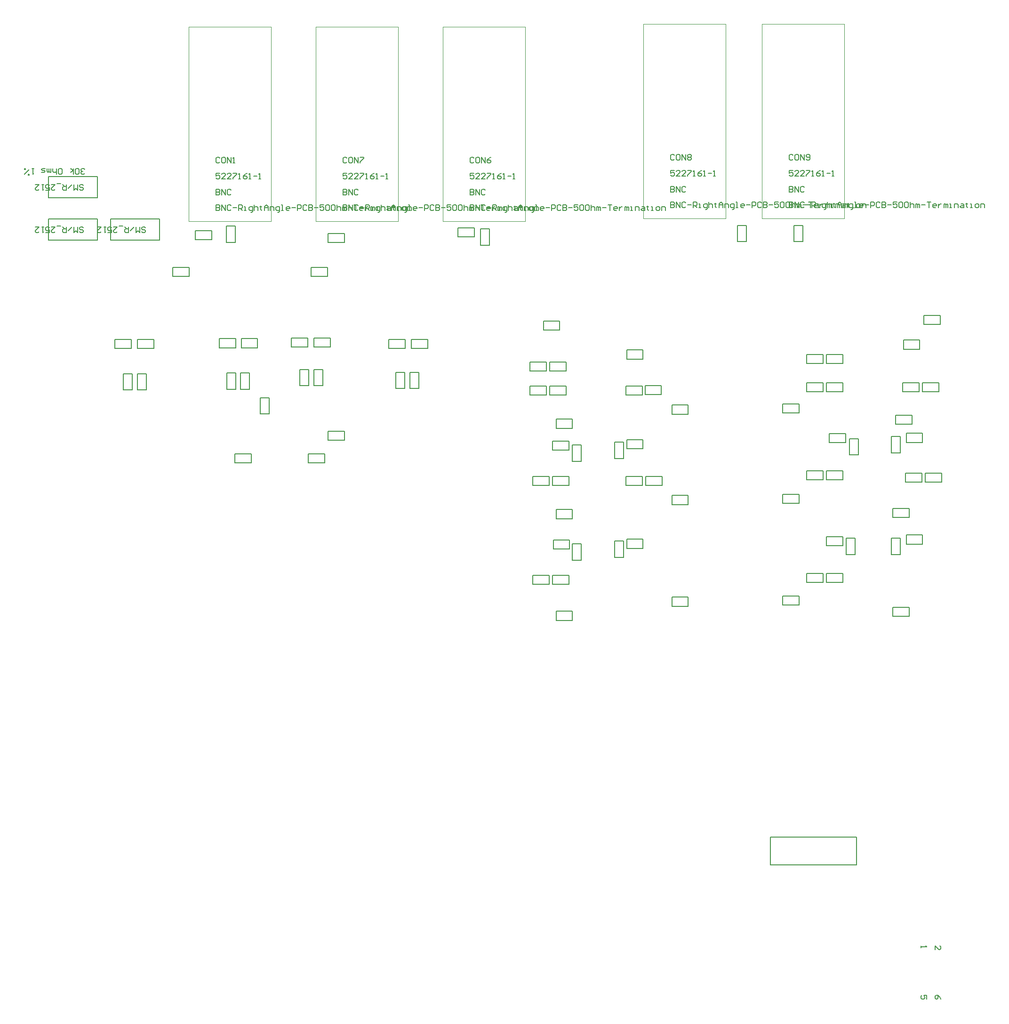
<source format=gm1>
%FSLAX25Y25*%
%MOIN*%
G70*
G01*
G75*
G04 Layer_Color=16711935*
%ADD10R,0.03800X0.03200*%
%ADD11R,0.03200X0.03800*%
%ADD12R,0.11811X0.03937*%
%ADD13R,0.07087X0.13386*%
%ADD14O,0.01800X0.05118*%
%ADD15O,0.05118X0.01800*%
%ADD16R,0.13386X0.07087*%
%ADD17R,0.07087X0.04331*%
%ADD18R,0.03937X0.04331*%
%ADD19O,0.08661X0.02362*%
%ADD20O,0.06102X0.01378*%
%ADD21R,0.04724X0.01181*%
%ADD22R,0.02165X0.03740*%
%ADD23R,0.09449X0.03937*%
%ADD24R,0.09449X0.12992*%
%ADD25R,0.21654X0.07874*%
%ADD26R,0.13780X0.08071*%
%ADD27R,0.15748X0.08071*%
%ADD28R,0.08858X0.01969*%
%ADD29R,0.07600X0.12000*%
G04:AMPARAMS|DCode=30|XSize=216.54mil|YSize=78.74mil|CornerRadius=0mil|HoleSize=0mil|Usage=FLASHONLY|Rotation=180.000|XOffset=0mil|YOffset=0mil|HoleType=Round|Shape=Octagon|*
%AMOCTAGOND30*
4,1,8,-0.10827,0.01969,-0.10827,-0.01969,-0.08858,-0.03937,0.08858,-0.03937,0.10827,-0.01969,0.10827,0.01969,0.08858,0.03937,-0.08858,0.03937,-0.10827,0.01969,0.0*
%
%ADD30OCTAGOND30*%

%ADD31R,0.21654X0.07874*%
%ADD32R,0.13780X0.06299*%
%ADD33O,0.07480X0.01772*%
%ADD34R,0.09606X0.04409*%
G04:AMPARAMS|DCode=35|XSize=96.06mil|YSize=44.09mil|CornerRadius=0mil|HoleSize=0mil|Usage=FLASHONLY|Rotation=180.000|XOffset=0mil|YOffset=0mil|HoleType=Round|Shape=Octagon|*
%AMOCTAGOND35*
4,1,8,-0.04803,0.01102,-0.04803,-0.01102,-0.03701,-0.02205,0.03701,-0.02205,0.04803,-0.01102,0.04803,0.01102,0.03701,0.02205,-0.03701,0.02205,-0.04803,0.01102,0.0*
%
%ADD35OCTAGOND35*%

%ADD36C,0.00800*%
%ADD37C,0.03500*%
%ADD38C,0.05500*%
%ADD39C,0.06000*%
%ADD40C,0.08000*%
%ADD41C,0.02500*%
%ADD42C,0.01000*%
%ADD43C,0.01500*%
%ADD44C,0.02000*%
%ADD45C,0.04000*%
%ADD46C,0.01200*%
%ADD47C,0.01600*%
%ADD48C,0.09000*%
%ADD49C,0.06500*%
%ADD50C,0.06500*%
%ADD51C,0.06000*%
%ADD52R,0.12000X0.12000*%
%ADD53C,0.06200*%
%ADD54R,0.05800X0.05800*%
%ADD55C,0.05800*%
%ADD56P,0.10653X8X112.5*%
%ADD57C,0.09843*%
%ADD58C,0.14500*%
%ADD59C,0.08268*%
%ADD60R,0.08858X0.08858*%
%ADD61C,0.17716*%
%ADD62C,0.15748*%
G04:AMPARAMS|DCode=63|XSize=180mil|YSize=300mil|CornerRadius=0mil|HoleSize=0mil|Usage=FLASHONLY|Rotation=180.000|XOffset=0mil|YOffset=0mil|HoleType=Round|Shape=Octagon|*
%AMOCTAGOND63*
4,1,8,0.04500,-0.15000,-0.04500,-0.15000,-0.09000,-0.10500,-0.09000,0.10500,-0.04500,0.15000,0.04500,0.15000,0.09000,0.10500,0.09000,-0.10500,0.04500,-0.15000,0.0*
%
%ADD63OCTAGOND63*%

%ADD64P,0.25569X8X202.5*%
%ADD65C,0.04000*%
%ADD66C,0.03500*%
%ADD67C,0.03600*%
%ADD68C,0.07000*%
G04:AMPARAMS|DCode=69|XSize=85mil|YSize=85mil|CornerRadius=0mil|HoleSize=0mil|Usage=FLASHONLY|Rotation=0.000|XOffset=0mil|YOffset=0mil|HoleType=Round|Shape=Relief|Width=10mil|Gap=15mil|Entries=4|*
%AMTHD69*
7,0,0,0.08500,0.05500,0.01000,45*
%
%ADD69THD69*%
%ADD70C,0.08000*%
%ADD71C,0.13000*%
G04:AMPARAMS|DCode=72|XSize=86mil|YSize=86mil|CornerRadius=0mil|HoleSize=0mil|Usage=FLASHONLY|Rotation=0.000|XOffset=0mil|YOffset=0mil|HoleType=Round|Shape=Relief|Width=10mil|Gap=15mil|Entries=4|*
%AMTHD72*
7,0,0,0.08600,0.05600,0.01000,45*
%
%ADD72THD72*%
%ADD73C,0.08600*%
%ADD74C,0.08700*%
G04:AMPARAMS|DCode=75|XSize=87mil|YSize=87mil|CornerRadius=0mil|HoleSize=0mil|Usage=FLASHONLY|Rotation=0.000|XOffset=0mil|YOffset=0mil|HoleType=Round|Shape=Relief|Width=10mil|Gap=15mil|Entries=4|*
%AMTHD75*
7,0,0,0.08700,0.05700,0.01000,45*
%
%ADD75THD75*%
%ADD76C,0.10906*%
%ADD77C,0.15236*%
%ADD78C,0.10118*%
%ADD79C,0.09500*%
G04:AMPARAMS|DCode=80|XSize=95mil|YSize=95mil|CornerRadius=0mil|HoleSize=0mil|Usage=FLASHONLY|Rotation=0.000|XOffset=0mil|YOffset=0mil|HoleType=Round|Shape=Relief|Width=10mil|Gap=15mil|Entries=4|*
%AMTHD80*
7,0,0,0.09500,0.06500,0.01000,45*
%
%ADD80THD80*%
%ADD81C,0.08500*%
%ADD82C,0.19016*%
G04:AMPARAMS|DCode=83|XSize=109.055mil|YSize=109.055mil|CornerRadius=0mil|HoleSize=0mil|Usage=FLASHONLY|Rotation=0.000|XOffset=0mil|YOffset=0mil|HoleType=Round|Shape=Relief|Width=10mil|Gap=15mil|Entries=4|*
%AMTHD83*
7,0,0,0.10906,0.07906,0.01000,45*
%
%ADD83THD83*%
G04:AMPARAMS|DCode=84|XSize=187.795mil|YSize=187.795mil|CornerRadius=0mil|HoleSize=0mil|Usage=FLASHONLY|Rotation=0.000|XOffset=0mil|YOffset=0mil|HoleType=Round|Shape=Relief|Width=10mil|Gap=15mil|Entries=4|*
%AMTHD84*
7,0,0,0.18779,0.15779,0.01000,45*
%
%ADD84THD84*%
%ADD85C,0.20500*%
%ADD86C,0.26000*%
G04:AMPARAMS|DCode=87|XSize=66mil|YSize=66mil|CornerRadius=0mil|HoleSize=0mil|Usage=FLASHONLY|Rotation=0.000|XOffset=0mil|YOffset=0mil|HoleType=Round|Shape=Relief|Width=10mil|Gap=15mil|Entries=4|*
%AMTHD87*
7,0,0,0.06600,0.03600,0.01000,45*
%
%ADD87THD87*%
%ADD88C,0.06600*%
%ADD89C,0.05000*%
%ADD90C,0.03000*%
%ADD91C,0.04600*%
%ADD92C,0.02362*%
%ADD93C,0.00984*%
%ADD94C,0.04134*%
%ADD95C,0.03937*%
%ADD96C,0.00600*%
%ADD97C,0.00787*%
%ADD98C,0.00300*%
%ADD99C,0.00600*%
%ADD100C,0.01969*%
%ADD101C,0.04921*%
%ADD102C,0.05906*%
%ADD103C,0.00200*%
%ADD104R,0.04400X0.03800*%
%ADD105R,0.03800X0.04400*%
%ADD106R,0.12411X0.04537*%
%ADD107R,0.07687X0.13986*%
%ADD108O,0.02400X0.05718*%
%ADD109O,0.05718X0.02400*%
%ADD110R,0.13986X0.07687*%
%ADD111R,0.07687X0.04931*%
%ADD112R,0.04537X0.04931*%
%ADD113O,0.09261X0.02962*%
%ADD114O,0.06702X0.01978*%
%ADD115R,0.05324X0.01781*%
%ADD116R,0.02765X0.04340*%
%ADD117R,0.10049X0.04537*%
%ADD118R,0.10049X0.13592*%
%ADD119R,0.22253X0.08474*%
%ADD120R,0.14379X0.08671*%
%ADD121R,0.16348X0.08671*%
%ADD122R,0.09458X0.02569*%
%ADD123R,0.08200X0.12600*%
G04:AMPARAMS|DCode=124|XSize=222.53mil|YSize=84.74mil|CornerRadius=0mil|HoleSize=0mil|Usage=FLASHONLY|Rotation=180.000|XOffset=0mil|YOffset=0mil|HoleType=Round|Shape=Octagon|*
%AMOCTAGOND124*
4,1,8,-0.11127,0.02119,-0.11127,-0.02119,-0.09008,-0.04237,0.09008,-0.04237,0.11127,-0.02119,0.11127,0.02119,0.09008,0.04237,-0.09008,0.04237,-0.11127,0.02119,0.0*
%
%ADD124OCTAGOND124*%

%ADD125R,0.22253X0.08474*%
%ADD126R,0.14379X0.06899*%
%ADD127O,0.08080X0.02372*%
%ADD128R,0.10206X0.05009*%
G04:AMPARAMS|DCode=129|XSize=102.06mil|YSize=50.09mil|CornerRadius=0mil|HoleSize=0mil|Usage=FLASHONLY|Rotation=180.000|XOffset=0mil|YOffset=0mil|HoleType=Round|Shape=Octagon|*
%AMOCTAGOND129*
4,1,8,-0.05103,0.01252,-0.05103,-0.01252,-0.03851,-0.02505,0.03851,-0.02505,0.05103,-0.01252,0.05103,0.01252,0.03851,0.02505,-0.03851,0.02505,-0.05103,0.01252,0.0*
%
%ADD129OCTAGOND129*%

%ADD130C,0.07100*%
%ADD131R,0.12600X0.12600*%
%ADD132C,0.06800*%
%ADD133R,0.06400X0.06400*%
%ADD134C,0.06400*%
%ADD135P,0.11303X8X112.5*%
%ADD136C,0.10443*%
%ADD137C,0.15100*%
%ADD138C,0.08868*%
%ADD139R,0.09458X0.09458*%
%ADD140C,0.18316*%
%ADD141C,0.16348*%
G04:AMPARAMS|DCode=142|XSize=186mil|YSize=306mil|CornerRadius=0mil|HoleSize=0mil|Usage=FLASHONLY|Rotation=180.000|XOffset=0mil|YOffset=0mil|HoleType=Round|Shape=Octagon|*
%AMOCTAGOND142*
4,1,8,0.04650,-0.15300,-0.04650,-0.15300,-0.09300,-0.10650,-0.09300,0.10650,-0.04650,0.15300,0.04650,0.15300,0.09300,0.10650,0.09300,-0.10650,0.04650,-0.15300,0.0*
%
%ADD142OCTAGOND142*%

%ADD143P,0.26218X8X202.5*%
%ADD144C,0.04200*%
%ADD145C,0.00100*%
%ADD146C,0.00700*%
D36*
X2884937Y1712888D02*
Y1711555D01*
Y1712222D01*
X2888935D01*
X2888269Y1712888D01*
X2894937Y1710222D02*
Y1712888D01*
X2897602Y1710222D01*
X2898269D01*
X2898935Y1710889D01*
Y1712222D01*
X2898269Y1712888D01*
X2888935Y1675223D02*
Y1677888D01*
X2886936D01*
X2887602Y1676555D01*
Y1675889D01*
X2886936Y1675223D01*
X2885603D01*
X2884937Y1675889D01*
Y1677222D01*
X2885603Y1677888D01*
X2898935Y1675223D02*
X2898269Y1676555D01*
X2896936Y1677888D01*
X2895603D01*
X2894937Y1677222D01*
Y1675889D01*
X2895603Y1675223D01*
X2896270D01*
X2896936Y1675889D01*
Y1677888D01*
D96*
X2637750Y1997450D02*
X2644200D01*
Y1985950D02*
Y1997450D01*
X2637750Y1985950D02*
X2644200D01*
X2637750D02*
Y1997450D01*
X2667750Y1999450D02*
X2674200D01*
Y1987950D02*
Y1999450D01*
X2667750Y1987950D02*
X2674200D01*
X2667750D02*
Y1999450D01*
X2624550Y1993750D02*
Y2000200D01*
X2636050D01*
Y1993750D02*
Y2000200D01*
X2624550Y1993750D02*
X2636050D01*
X2794750Y2222950D02*
X2801200D01*
Y2211450D02*
Y2222950D01*
X2794750Y2211450D02*
X2801200D01*
X2794750D02*
Y2222950D01*
X2754750D02*
X2761200D01*
Y2211450D02*
Y2222950D01*
X2754750Y2211450D02*
X2761200D01*
X2754750D02*
Y2222950D01*
X2416750Y2089450D02*
Y2100950D01*
Y2089450D02*
X2423200D01*
Y2100950D01*
X2416750D02*
X2423200D01*
X2465050Y2070750D02*
X2476550D01*
Y2077200D01*
X2465050D02*
X2476550D01*
X2465050Y2070750D02*
Y2077200D01*
X2708450Y1959750D02*
X2719950D01*
X2708450Y1953300D02*
Y1959750D01*
Y1953300D02*
X2719950D01*
Y1959750D01*
X2626450Y1949750D02*
X2637950D01*
X2626450Y1943300D02*
Y1949750D01*
Y1943300D02*
X2637950D01*
Y1949750D01*
X2708450Y2031750D02*
X2719950D01*
X2708450Y2025300D02*
Y2031750D01*
Y2025300D02*
X2719950D01*
Y2031750D01*
X2626450Y2021750D02*
X2637950D01*
X2626450Y2015300D02*
Y2021750D01*
Y2015300D02*
X2637950D01*
Y2021750D01*
X2626450Y2085750D02*
X2637950D01*
X2626450Y2079300D02*
Y2085750D01*
Y2079300D02*
X2637950D01*
Y2085750D01*
X2708450Y2095750D02*
X2719950D01*
X2708450Y2089300D02*
Y2095750D01*
Y2089300D02*
X2719950D01*
Y2095750D01*
X2617450Y2155250D02*
X2628950D01*
X2617450Y2148800D02*
Y2155250D01*
Y2148800D02*
X2628950D01*
Y2155250D01*
X2887050Y2152750D02*
X2898550D01*
Y2159200D01*
X2887050D02*
X2898550D01*
X2887050Y2152750D02*
Y2159200D01*
X2865050Y1946250D02*
X2876550D01*
Y1952700D01*
X2865050D02*
X2876550D01*
X2865050Y1946250D02*
Y1952700D01*
X2787050Y1954250D02*
X2798550D01*
Y1960700D01*
X2787050D02*
X2798550D01*
X2787050Y1954250D02*
Y1960700D01*
X2865050Y2016250D02*
X2876550D01*
Y2022700D01*
X2865050D02*
X2876550D01*
X2865050Y2016250D02*
Y2022700D01*
X2787050Y2026250D02*
X2798550D01*
Y2032700D01*
X2787050D02*
X2798550D01*
X2787050Y2026250D02*
Y2032700D01*
X2867050Y2082250D02*
X2878550D01*
Y2088700D01*
X2867050D02*
X2878550D01*
X2867050Y2082250D02*
Y2088700D01*
X2787050Y2090250D02*
X2798550D01*
Y2096700D01*
X2787050D02*
X2798550D01*
X2787050Y2090250D02*
Y2096700D01*
X2622050Y2102750D02*
Y2109200D01*
X2633550D01*
Y2102750D02*
Y2109200D01*
X2622050Y2102750D02*
X2633550D01*
X2624050Y1968750D02*
Y1975200D01*
X2635550D01*
Y1968750D02*
Y1975200D01*
X2624050Y1968750D02*
X2635550D01*
X2610050D02*
Y1975200D01*
X2621550D01*
Y1968750D02*
Y1975200D01*
X2610050Y1968750D02*
X2621550D01*
X2676050Y2038750D02*
Y2045200D01*
X2687550D01*
Y2038750D02*
Y2045200D01*
X2676050Y2038750D02*
X2687550D01*
X2690050D02*
Y2045200D01*
X2701550D01*
Y2038750D02*
Y2045200D01*
X2690050Y2038750D02*
X2701550D01*
X2637750Y2067450D02*
X2644200D01*
Y2055950D02*
Y2067450D01*
X2637750Y2055950D02*
X2644200D01*
X2637750D02*
Y2067450D01*
X2687950Y2064800D02*
Y2071250D01*
X2676450Y2064800D02*
X2687950D01*
X2676450D02*
Y2071250D01*
X2687950D01*
X2667750Y2069450D02*
X2674200D01*
Y2057950D02*
Y2069450D01*
X2667750Y2057950D02*
X2674200D01*
X2667750D02*
Y2069450D01*
X2624050Y2038750D02*
Y2045200D01*
X2635550D01*
Y2038750D02*
Y2045200D01*
X2624050Y2038750D02*
X2635550D01*
X2610050D02*
Y2045200D01*
X2621550D01*
Y2038750D02*
Y2045200D01*
X2610050Y2038750D02*
X2621550D01*
X2863750Y2001450D02*
X2870200D01*
Y1989950D02*
Y2001450D01*
X2863750Y1989950D02*
X2870200D01*
X2863750D02*
Y2001450D01*
X2834250Y2071950D02*
X2840700D01*
Y2060450D02*
Y2071950D01*
X2834250Y2060450D02*
X2840700D01*
X2834250D02*
Y2071950D01*
X2676050Y2102750D02*
Y2109200D01*
X2687550D01*
Y2102750D02*
Y2109200D01*
X2676050Y2102750D02*
X2687550D01*
X2689550Y2103250D02*
Y2109700D01*
X2701050D01*
Y2103250D02*
Y2109700D01*
X2689550Y2103250D02*
X2701050D01*
X2608050Y2102750D02*
Y2109200D01*
X2619550D01*
Y2102750D02*
Y2109200D01*
X2608050Y2102750D02*
X2619550D01*
X2622050Y2119750D02*
Y2126200D01*
X2633550D01*
Y2119750D02*
Y2126200D01*
X2622050Y2119750D02*
X2633550D01*
X2608050D02*
Y2126200D01*
X2619550D01*
Y2119750D02*
Y2126200D01*
X2608050Y2119750D02*
X2619550D01*
X2818050Y1970250D02*
Y1976700D01*
X2829550D01*
Y1970250D02*
Y1976700D01*
X2818050Y1970250D02*
X2829550D01*
X2804050D02*
Y1976700D01*
X2815550D01*
Y1970250D02*
Y1976700D01*
X2804050Y1970250D02*
X2815550D01*
X2818050Y1996250D02*
Y2002700D01*
X2829550D01*
Y1996250D02*
Y2002700D01*
X2818050Y1996250D02*
X2829550D01*
X2831750Y2001450D02*
X2838200D01*
Y1989950D02*
Y2001450D01*
X2831750Y1989950D02*
X2838200D01*
X2831750D02*
Y2001450D01*
X2888050Y2041250D02*
Y2047700D01*
X2899550D01*
Y2041250D02*
Y2047700D01*
X2888050Y2041250D02*
X2899550D01*
X2874050D02*
Y2047700D01*
X2885550D01*
Y2041250D02*
Y2047700D01*
X2874050Y2041250D02*
X2885550D01*
X2885950Y2069300D02*
Y2075750D01*
X2874450Y2069300D02*
X2885950D01*
X2874450D02*
Y2075750D01*
X2885950D01*
X2863750Y2073450D02*
X2870200D01*
Y2061950D02*
Y2073450D01*
X2863750Y2061950D02*
X2870200D01*
X2863750D02*
Y2073450D01*
X2818050Y2042750D02*
Y2049200D01*
X2829550D01*
Y2042750D02*
Y2049200D01*
X2818050Y2042750D02*
X2829550D01*
X2804050D02*
Y2049200D01*
X2815550D01*
Y2042750D02*
Y2049200D01*
X2804050Y2042750D02*
X2815550D01*
X2886050Y2105250D02*
Y2111700D01*
X2897550D01*
Y2105250D02*
Y2111700D01*
X2886050Y2105250D02*
X2897550D01*
X2872050D02*
Y2111700D01*
X2883550D01*
Y2105250D02*
Y2111700D01*
X2872050Y2105250D02*
X2883550D01*
X2883950Y2135300D02*
Y2141750D01*
X2872450Y2135300D02*
X2883950D01*
X2872450D02*
Y2141750D01*
X2883950D01*
X2804050Y2105250D02*
Y2111700D01*
X2815550D01*
Y2105250D02*
Y2111700D01*
X2804050Y2105250D02*
X2815550D01*
X2818050D02*
Y2111700D01*
X2829550D01*
Y2105250D02*
Y2111700D01*
X2818050Y2105250D02*
X2829550D01*
X2818050Y2125250D02*
Y2131700D01*
X2829550D01*
Y2125250D02*
Y2131700D01*
X2818050Y2125250D02*
X2829550D01*
X2399050Y2054750D02*
X2410550D01*
Y2061200D01*
X2399050D02*
X2410550D01*
X2399050Y2054750D02*
Y2061200D01*
X2451050Y2054750D02*
X2462550D01*
Y2061200D01*
X2451050D02*
X2462550D01*
X2451050Y2054750D02*
Y2061200D01*
X2455050Y2136750D02*
Y2143200D01*
X2466550D01*
Y2136750D02*
Y2143200D01*
X2455050Y2136750D02*
X2466550D01*
X2439050D02*
Y2143200D01*
X2450550D01*
Y2136750D02*
Y2143200D01*
X2439050Y2136750D02*
X2450550D01*
X2522750Y2118950D02*
X2529200D01*
Y2107450D02*
Y2118950D01*
X2522750Y2107450D02*
X2529200D01*
X2522750D02*
Y2118950D01*
X2512750D02*
X2519200D01*
Y2107450D02*
Y2118950D01*
X2512750Y2107450D02*
X2519200D01*
X2512750D02*
Y2118950D01*
X2535450Y2135800D02*
Y2142250D01*
X2523950Y2135800D02*
X2535450D01*
X2523950D02*
Y2142250D01*
X2535450D01*
X2519450Y2135800D02*
Y2142250D01*
X2507950Y2135800D02*
X2519450D01*
X2507950D02*
Y2142250D01*
X2519450D01*
X2454750Y2120950D02*
X2461200D01*
Y2109450D02*
Y2120950D01*
X2454750Y2109450D02*
X2461200D01*
X2454750D02*
Y2120950D01*
X2444750D02*
X2451200D01*
Y2109450D02*
Y2120950D01*
X2444750Y2109450D02*
X2451200D01*
X2444750D02*
Y2120950D01*
X2453050Y2186750D02*
X2464550D01*
Y2193200D01*
X2453050D02*
X2464550D01*
X2453050Y2186750D02*
Y2193200D01*
X2355050Y2186750D02*
X2366550D01*
Y2193200D01*
X2355050D02*
X2366550D01*
X2355050Y2186750D02*
Y2193200D01*
X2402750Y2118450D02*
X2409200D01*
Y2106950D02*
Y2118450D01*
X2402750Y2106950D02*
X2409200D01*
X2402750D02*
Y2118450D01*
X2393250D02*
X2399700D01*
Y2106950D02*
Y2118450D01*
X2393250Y2106950D02*
X2399700D01*
X2393250D02*
Y2118450D01*
X2399450Y2136300D02*
Y2142750D01*
X2387950Y2136300D02*
X2399450D01*
X2387950D02*
Y2142750D01*
X2399450D01*
X2414950Y2136300D02*
Y2142750D01*
X2403450Y2136300D02*
X2414950D01*
X2403450D02*
Y2142750D01*
X2414950D01*
X2330050Y2135750D02*
Y2142200D01*
X2341550D01*
Y2135750D02*
Y2142200D01*
X2330050Y2135750D02*
X2341550D01*
X2314050D02*
Y2142200D01*
X2325550D01*
Y2135750D02*
Y2142200D01*
X2314050Y2135750D02*
X2325550D01*
X2329750Y2117950D02*
X2336200D01*
Y2106450D02*
Y2117950D01*
X2329750Y2106450D02*
X2336200D01*
X2329750D02*
Y2117950D01*
X2319750D02*
X2326200D01*
Y2106450D02*
Y2117950D01*
X2319750Y2106450D02*
X2326200D01*
X2319750D02*
Y2117950D01*
X2572800Y2209050D02*
X2579250D01*
X2572800D02*
Y2220550D01*
X2579250D01*
Y2209050D02*
Y2220550D01*
X2557050Y2214750D02*
Y2221200D01*
X2568550D01*
Y2214750D02*
Y2221200D01*
X2557050Y2214750D02*
X2568550D01*
X2371050Y2212750D02*
Y2219200D01*
X2382550D01*
Y2212750D02*
Y2219200D01*
X2371050Y2212750D02*
X2382550D01*
X2392800Y2211050D02*
X2399250D01*
X2392800D02*
Y2222550D01*
X2399250D01*
Y2211050D02*
Y2222550D01*
X2687950Y1994300D02*
Y2000750D01*
X2676450Y1994300D02*
X2687950D01*
X2676450D02*
Y2000750D01*
X2687950D01*
X2885950Y1997300D02*
Y2003750D01*
X2874450Y1997300D02*
X2885950D01*
X2874450D02*
Y2003750D01*
X2885950D01*
X2624050Y2063750D02*
Y2070200D01*
X2635550D01*
Y2063750D02*
Y2070200D01*
X2624050Y2063750D02*
X2635550D01*
X2820050Y2069250D02*
Y2075700D01*
X2831550D01*
Y2069250D02*
Y2075700D01*
X2820050Y2069250D02*
X2831550D01*
X2804050Y2125250D02*
Y2131700D01*
X2815550D01*
Y2125250D02*
Y2131700D01*
X2804050Y2125250D02*
X2815550D01*
X2687950Y2128300D02*
Y2134750D01*
X2676450Y2128300D02*
X2687950D01*
X2676450D02*
Y2134750D01*
X2687950D01*
X2465050Y2210750D02*
Y2217200D01*
X2476550D01*
Y2210750D02*
Y2217200D01*
X2465050Y2210750D02*
X2476550D01*
X2266950Y2242500D02*
Y2257500D01*
Y2242500D02*
X2301450D01*
Y2257500D01*
X2266950D02*
X2301450D01*
X2310950Y2212500D02*
Y2227500D01*
Y2212500D02*
X2345450D01*
Y2227500D01*
X2310950D02*
X2345450D01*
X2266950Y2212500D02*
Y2227500D01*
Y2212500D02*
X2301450D01*
Y2227500D01*
X2266950D02*
X2301450D01*
X2292533Y2259731D02*
X2291867Y2259065D01*
X2290534D01*
X2289868Y2259731D01*
Y2260398D01*
X2290534Y2261064D01*
X2291200D01*
X2290534D01*
X2289868Y2261730D01*
Y2262397D01*
X2290534Y2263063D01*
X2291867D01*
X2292533Y2262397D01*
X2288535Y2259731D02*
X2287868Y2259065D01*
X2286535D01*
X2285869Y2259731D01*
Y2262397D01*
X2286535Y2263063D01*
X2287868D01*
X2288535Y2262397D01*
Y2259731D01*
X2284536Y2263063D02*
Y2259065D01*
Y2261730D02*
X2282537Y2260398D01*
X2284536Y2261730D02*
X2282537Y2263063D01*
X2274539Y2259065D02*
X2275872D01*
X2276538Y2259731D01*
Y2262397D01*
X2275872Y2263063D01*
X2274539D01*
X2273873Y2262397D01*
Y2259731D01*
X2274539Y2259065D01*
X2272540D02*
Y2263063D01*
Y2261064D01*
X2271873Y2260398D01*
X2270540D01*
X2269874Y2261064D01*
Y2263063D01*
X2268541D02*
Y2260398D01*
X2267875D01*
X2267208Y2261064D01*
Y2263063D01*
Y2261064D01*
X2266542Y2260398D01*
X2265875Y2261064D01*
Y2263063D01*
X2264542D02*
X2262543D01*
X2261877Y2262397D01*
X2262543Y2261730D01*
X2263876D01*
X2264542Y2261064D01*
X2263876Y2260398D01*
X2261877D01*
X2256545Y2263063D02*
X2255212D01*
X2255878D01*
Y2259065D01*
X2256545Y2259731D01*
X2253213Y2262397D02*
X2249880Y2259065D01*
X2253213D02*
Y2258398D01*
X2252546D01*
Y2259065D01*
X2253213D01*
X2250547Y2263063D02*
Y2262397D01*
X2249880D01*
Y2263063D01*
X2250547D01*
X2289034Y2248506D02*
X2289701Y2247840D01*
X2291034D01*
X2291700Y2248506D01*
Y2249173D01*
X2291034Y2249839D01*
X2289701D01*
X2289034Y2250505D01*
Y2251172D01*
X2289701Y2251838D01*
X2291034D01*
X2291700Y2251172D01*
X2287701Y2251838D02*
Y2247840D01*
X2286368Y2249173D01*
X2285036Y2247840D01*
Y2251838D01*
X2283703D02*
X2281037Y2249173D01*
X2279704Y2251838D02*
Y2247840D01*
X2277704D01*
X2277038Y2248506D01*
Y2249839D01*
X2277704Y2250505D01*
X2279704D01*
X2278371D02*
X2277038Y2251838D01*
X2275705Y2252505D02*
X2273039D01*
X2269041Y2251838D02*
X2271707D01*
X2269041Y2249173D01*
Y2248506D01*
X2269707Y2247840D01*
X2271040D01*
X2271707Y2248506D01*
X2265042Y2247840D02*
X2267708D01*
Y2249839D01*
X2266375Y2249173D01*
X2265708D01*
X2265042Y2249839D01*
Y2251172D01*
X2265708Y2251838D01*
X2267041D01*
X2267708Y2251172D01*
X2263709Y2251838D02*
X2262376D01*
X2263043D01*
Y2247840D01*
X2263709Y2248506D01*
X2257711Y2251838D02*
X2260377D01*
X2257711Y2249173D01*
Y2248506D01*
X2258377Y2247840D01*
X2259710D01*
X2260377Y2248506D01*
X2333034Y2218506D02*
X2333701Y2217840D01*
X2335034D01*
X2335700Y2218506D01*
Y2219172D01*
X2335034Y2219839D01*
X2333701D01*
X2333034Y2220505D01*
Y2221172D01*
X2333701Y2221838D01*
X2335034D01*
X2335700Y2221172D01*
X2331701Y2221838D02*
Y2217840D01*
X2330368Y2219172D01*
X2329036Y2217840D01*
Y2221838D01*
X2327703D02*
X2325037Y2219172D01*
X2323704Y2221838D02*
Y2217840D01*
X2321704D01*
X2321038Y2218506D01*
Y2219839D01*
X2321704Y2220505D01*
X2323704D01*
X2322371D02*
X2321038Y2221838D01*
X2319705Y2222505D02*
X2317039D01*
X2313041Y2221838D02*
X2315706D01*
X2313041Y2219172D01*
Y2218506D01*
X2313707Y2217840D01*
X2315040D01*
X2315706Y2218506D01*
X2309042Y2217840D02*
X2311708D01*
Y2219839D01*
X2310375Y2219172D01*
X2309708D01*
X2309042Y2219839D01*
Y2221172D01*
X2309708Y2221838D01*
X2311041D01*
X2311708Y2221172D01*
X2307709Y2221838D02*
X2306376D01*
X2307043D01*
Y2217840D01*
X2307709Y2218506D01*
X2301711Y2221838D02*
X2304377D01*
X2301711Y2219172D01*
Y2218506D01*
X2302377Y2217840D01*
X2303710D01*
X2304377Y2218506D01*
X2289034D02*
X2289701Y2217840D01*
X2291034D01*
X2291700Y2218506D01*
Y2219172D01*
X2291034Y2219839D01*
X2289701D01*
X2289034Y2220505D01*
Y2221172D01*
X2289701Y2221838D01*
X2291034D01*
X2291700Y2221172D01*
X2287701Y2221838D02*
Y2217840D01*
X2286368Y2219172D01*
X2285036Y2217840D01*
Y2221838D01*
X2283703D02*
X2281037Y2219172D01*
X2279704Y2221838D02*
Y2217840D01*
X2277704D01*
X2277038Y2218506D01*
Y2219839D01*
X2277704Y2220505D01*
X2279704D01*
X2278371D02*
X2277038Y2221838D01*
X2275705Y2222505D02*
X2273039D01*
X2269041Y2221838D02*
X2271707D01*
X2269041Y2219172D01*
Y2218506D01*
X2269707Y2217840D01*
X2271040D01*
X2271707Y2218506D01*
X2265042Y2217840D02*
X2267708D01*
Y2219839D01*
X2266375Y2219172D01*
X2265708D01*
X2265042Y2219839D01*
Y2221172D01*
X2265708Y2221838D01*
X2267041D01*
X2267708Y2221172D01*
X2263709Y2221838D02*
X2262376D01*
X2263043D01*
Y2217840D01*
X2263709Y2218506D01*
X2257711Y2221838D02*
X2260377D01*
X2257711Y2219172D01*
Y2218506D01*
X2258377Y2217840D01*
X2259710D01*
X2260377Y2218506D01*
D99*
X2778189Y1789842D02*
X2839213D01*
Y1770157D02*
Y1789842D01*
X2778189Y1770157D02*
X2839213D01*
X2778189D02*
Y1789842D01*
D145*
X2772350Y2227900D02*
Y2365400D01*
X2830400D01*
X2830450Y2227900D01*
X2772350D02*
X2830450D01*
X2688350D02*
Y2365400D01*
X2746400D01*
X2746450Y2227900D01*
X2688350D02*
X2746450D01*
X2546350Y2225900D02*
Y2363400D01*
X2604400D01*
X2604450Y2225900D01*
X2546350D02*
X2604450D01*
X2456350D02*
Y2363400D01*
X2514400D01*
X2514450Y2225900D01*
X2456350D02*
X2514450D01*
X2366350D02*
Y2363400D01*
X2424400D01*
X2424450Y2225900D01*
X2366350D02*
X2424450D01*
D146*
X2791400Y2239399D02*
Y2235400D01*
X2793399D01*
X2794066Y2236066D01*
Y2236733D01*
X2793399Y2237399D01*
X2791400D01*
X2793399D01*
X2794066Y2238066D01*
Y2238732D01*
X2793399Y2239399D01*
X2791400D01*
X2795399Y2235400D02*
Y2239399D01*
X2798064Y2235400D01*
Y2239399D01*
X2802063Y2238732D02*
X2801397Y2239399D01*
X2800064D01*
X2799397Y2238732D01*
Y2236066D01*
X2800064Y2235400D01*
X2801397D01*
X2802063Y2236066D01*
X2803396Y2237399D02*
X2806062D01*
X2807395Y2235400D02*
Y2239399D01*
X2809394D01*
X2810061Y2238732D01*
Y2237399D01*
X2809394Y2236733D01*
X2807395D01*
X2808728D02*
X2810061Y2235400D01*
X2811394D02*
X2812727D01*
X2812060D01*
Y2238066D01*
X2811394D01*
X2816059Y2234067D02*
X2816725D01*
X2817392Y2234734D01*
Y2238066D01*
X2815392D01*
X2814726Y2237399D01*
Y2236066D01*
X2815392Y2235400D01*
X2817392D01*
X2818724Y2239399D02*
Y2235400D01*
Y2237399D01*
X2819391Y2238066D01*
X2820724D01*
X2821390Y2237399D01*
Y2235400D01*
X2823390Y2238732D02*
Y2238066D01*
X2822723D01*
X2824056D01*
X2823390D01*
Y2236066D01*
X2824056Y2235400D01*
X2826056D02*
Y2238066D01*
X2827388Y2239399D01*
X2828721Y2238066D01*
Y2235400D01*
Y2237399D01*
X2826056D01*
X2830054Y2235400D02*
Y2238066D01*
X2832054D01*
X2832720Y2237399D01*
Y2235400D01*
X2835386Y2234067D02*
X2836052D01*
X2836719Y2234734D01*
Y2238066D01*
X2834719D01*
X2834053Y2237399D01*
Y2236066D01*
X2834719Y2235400D01*
X2836719D01*
X2838052D02*
X2839384D01*
X2838718D01*
Y2239399D01*
X2838052D01*
X2843383Y2235400D02*
X2842050D01*
X2841384Y2236066D01*
Y2237399D01*
X2842050Y2238066D01*
X2843383D01*
X2844050Y2237399D01*
Y2236733D01*
X2841384D01*
X2845383Y2237399D02*
X2848048D01*
X2849381Y2235400D02*
Y2239399D01*
X2851381D01*
X2852047Y2238732D01*
Y2237399D01*
X2851381Y2236733D01*
X2849381D01*
X2856046Y2238732D02*
X2855379Y2239399D01*
X2854046D01*
X2853380Y2238732D01*
Y2236066D01*
X2854046Y2235400D01*
X2855379D01*
X2856046Y2236066D01*
X2857379Y2239399D02*
Y2235400D01*
X2859378D01*
X2860044Y2236066D01*
Y2236733D01*
X2859378Y2237399D01*
X2857379D01*
X2859378D01*
X2860044Y2238066D01*
Y2238732D01*
X2859378Y2239399D01*
X2857379D01*
X2861377Y2237399D02*
X2864043D01*
X2868042Y2239399D02*
X2865376D01*
Y2237399D01*
X2866709Y2238066D01*
X2867376D01*
X2868042Y2237399D01*
Y2236066D01*
X2867376Y2235400D01*
X2866043D01*
X2865376Y2236066D01*
X2869375Y2238732D02*
X2870041Y2239399D01*
X2871374D01*
X2872041Y2238732D01*
Y2236066D01*
X2871374Y2235400D01*
X2870041D01*
X2869375Y2236066D01*
Y2238732D01*
X2875373Y2239399D02*
X2874040D01*
X2873374Y2238732D01*
Y2236066D01*
X2874040Y2235400D01*
X2875373D01*
X2876039Y2236066D01*
Y2238732D01*
X2875373Y2239399D01*
X2877372D02*
Y2235400D01*
Y2237399D01*
X2878039Y2238066D01*
X2879372D01*
X2880038Y2237399D01*
Y2235400D01*
X2881371D02*
Y2238066D01*
X2882037D01*
X2882704Y2237399D01*
Y2235400D01*
Y2237399D01*
X2883370Y2238066D01*
X2884037Y2237399D01*
Y2235400D01*
X2885370Y2237399D02*
X2888036D01*
X2889368Y2239399D02*
X2892034D01*
X2890701D01*
Y2235400D01*
X2895366D02*
X2894034D01*
X2893367Y2236066D01*
Y2237399D01*
X2894034Y2238066D01*
X2895366D01*
X2896033Y2237399D01*
Y2236733D01*
X2893367D01*
X2897366Y2238066D02*
Y2235400D01*
Y2236733D01*
X2898032Y2237399D01*
X2898699Y2238066D01*
X2899365D01*
X2901365Y2235400D02*
Y2238066D01*
X2902031D01*
X2902697Y2237399D01*
Y2235400D01*
Y2237399D01*
X2903364Y2238066D01*
X2904030Y2237399D01*
Y2235400D01*
X2905363D02*
X2906696D01*
X2906030D01*
Y2238066D01*
X2905363D01*
X2908695Y2235400D02*
Y2238066D01*
X2910695D01*
X2911361Y2237399D01*
Y2235400D01*
X2913361Y2238066D02*
X2914694D01*
X2915360Y2237399D01*
Y2235400D01*
X2913361D01*
X2912694Y2236066D01*
X2913361Y2236733D01*
X2915360D01*
X2917359Y2238732D02*
Y2238066D01*
X2916693D01*
X2918026D01*
X2917359D01*
Y2236066D01*
X2918026Y2235400D01*
X2920025D02*
X2921358D01*
X2920692D01*
Y2238066D01*
X2920025D01*
X2924024Y2235400D02*
X2925357D01*
X2926023Y2236066D01*
Y2237399D01*
X2925357Y2238066D01*
X2924024D01*
X2923357Y2237399D01*
Y2236066D01*
X2924024Y2235400D01*
X2927356D02*
Y2238066D01*
X2929355D01*
X2930022Y2237399D01*
Y2235400D01*
X2791400Y2250649D02*
Y2246650D01*
X2793399D01*
X2794066Y2247316D01*
Y2247983D01*
X2793399Y2248649D01*
X2791400D01*
X2793399D01*
X2794066Y2249316D01*
Y2249982D01*
X2793399Y2250649D01*
X2791400D01*
X2795399Y2246650D02*
Y2250649D01*
X2798064Y2246650D01*
Y2250649D01*
X2802063Y2249982D02*
X2801397Y2250649D01*
X2800064D01*
X2799397Y2249982D01*
Y2247316D01*
X2800064Y2246650D01*
X2801397D01*
X2802063Y2247316D01*
X2794066Y2261899D02*
X2791400D01*
Y2259899D01*
X2792733Y2260566D01*
X2793399D01*
X2794066Y2259899D01*
Y2258566D01*
X2793399Y2257900D01*
X2792066D01*
X2791400Y2258566D01*
X2798064Y2257900D02*
X2795399D01*
X2798064Y2260566D01*
Y2261232D01*
X2797398Y2261899D01*
X2796065D01*
X2795399Y2261232D01*
X2802063Y2257900D02*
X2799397D01*
X2802063Y2260566D01*
Y2261232D01*
X2801397Y2261899D01*
X2800064D01*
X2799397Y2261232D01*
X2803396Y2261899D02*
X2806062D01*
Y2261232D01*
X2803396Y2258566D01*
Y2257900D01*
X2807395D02*
X2808728D01*
X2808061D01*
Y2261899D01*
X2807395Y2261232D01*
X2813393Y2261899D02*
X2812060Y2261232D01*
X2810727Y2259899D01*
Y2258566D01*
X2811394Y2257900D01*
X2812727D01*
X2813393Y2258566D01*
Y2259233D01*
X2812727Y2259899D01*
X2810727D01*
X2814726Y2257900D02*
X2816059D01*
X2815392D01*
Y2261899D01*
X2814726Y2261232D01*
X2818058Y2259899D02*
X2820724D01*
X2822057Y2257900D02*
X2823390D01*
X2822723D01*
Y2261899D01*
X2822057Y2261232D01*
X2794066Y2272482D02*
X2793399Y2273149D01*
X2792066D01*
X2791400Y2272482D01*
Y2269816D01*
X2792066Y2269150D01*
X2793399D01*
X2794066Y2269816D01*
X2797398Y2273149D02*
X2796065D01*
X2795399Y2272482D01*
Y2269816D01*
X2796065Y2269150D01*
X2797398D01*
X2798064Y2269816D01*
Y2272482D01*
X2797398Y2273149D01*
X2799397Y2269150D02*
Y2273149D01*
X2802063Y2269150D01*
Y2273149D01*
X2803396Y2269816D02*
X2804063Y2269150D01*
X2805396D01*
X2806062Y2269816D01*
Y2272482D01*
X2805396Y2273149D01*
X2804063D01*
X2803396Y2272482D01*
Y2271816D01*
X2804063Y2271149D01*
X2806062D01*
X2707400Y2239399D02*
Y2235400D01*
X2709399D01*
X2710066Y2236066D01*
Y2236733D01*
X2709399Y2237399D01*
X2707400D01*
X2709399D01*
X2710066Y2238066D01*
Y2238732D01*
X2709399Y2239399D01*
X2707400D01*
X2711399Y2235400D02*
Y2239399D01*
X2714064Y2235400D01*
Y2239399D01*
X2718063Y2238732D02*
X2717397Y2239399D01*
X2716064D01*
X2715397Y2238732D01*
Y2236066D01*
X2716064Y2235400D01*
X2717397D01*
X2718063Y2236066D01*
X2719396Y2237399D02*
X2722062D01*
X2723395Y2235400D02*
Y2239399D01*
X2725394D01*
X2726061Y2238732D01*
Y2237399D01*
X2725394Y2236733D01*
X2723395D01*
X2724728D02*
X2726061Y2235400D01*
X2727394D02*
X2728727D01*
X2728060D01*
Y2238066D01*
X2727394D01*
X2732059Y2234067D02*
X2732725D01*
X2733392Y2234734D01*
Y2238066D01*
X2731392D01*
X2730726Y2237399D01*
Y2236066D01*
X2731392Y2235400D01*
X2733392D01*
X2734724Y2239399D02*
Y2235400D01*
Y2237399D01*
X2735391Y2238066D01*
X2736724D01*
X2737390Y2237399D01*
Y2235400D01*
X2739390Y2238732D02*
Y2238066D01*
X2738723D01*
X2740056D01*
X2739390D01*
Y2236066D01*
X2740056Y2235400D01*
X2742056D02*
Y2238066D01*
X2743388Y2239399D01*
X2744721Y2238066D01*
Y2235400D01*
Y2237399D01*
X2742056D01*
X2746054Y2235400D02*
Y2238066D01*
X2748054D01*
X2748720Y2237399D01*
Y2235400D01*
X2751386Y2234067D02*
X2752052D01*
X2752719Y2234734D01*
Y2238066D01*
X2750719D01*
X2750053Y2237399D01*
Y2236066D01*
X2750719Y2235400D01*
X2752719D01*
X2754052D02*
X2755384D01*
X2754718D01*
Y2239399D01*
X2754052D01*
X2759383Y2235400D02*
X2758050D01*
X2757384Y2236066D01*
Y2237399D01*
X2758050Y2238066D01*
X2759383D01*
X2760050Y2237399D01*
Y2236733D01*
X2757384D01*
X2761383Y2237399D02*
X2764048D01*
X2765381Y2235400D02*
Y2239399D01*
X2767381D01*
X2768047Y2238732D01*
Y2237399D01*
X2767381Y2236733D01*
X2765381D01*
X2772046Y2238732D02*
X2771379Y2239399D01*
X2770046D01*
X2769380Y2238732D01*
Y2236066D01*
X2770046Y2235400D01*
X2771379D01*
X2772046Y2236066D01*
X2773379Y2239399D02*
Y2235400D01*
X2775378D01*
X2776044Y2236066D01*
Y2236733D01*
X2775378Y2237399D01*
X2773379D01*
X2775378D01*
X2776044Y2238066D01*
Y2238732D01*
X2775378Y2239399D01*
X2773379D01*
X2777377Y2237399D02*
X2780043D01*
X2784042Y2239399D02*
X2781376D01*
Y2237399D01*
X2782709Y2238066D01*
X2783376D01*
X2784042Y2237399D01*
Y2236066D01*
X2783376Y2235400D01*
X2782043D01*
X2781376Y2236066D01*
X2785375Y2238732D02*
X2786041Y2239399D01*
X2787374D01*
X2788041Y2238732D01*
Y2236066D01*
X2787374Y2235400D01*
X2786041D01*
X2785375Y2236066D01*
Y2238732D01*
X2791373Y2239399D02*
X2790040D01*
X2789374Y2238732D01*
Y2236066D01*
X2790040Y2235400D01*
X2791373D01*
X2792039Y2236066D01*
Y2238732D01*
X2791373Y2239399D01*
X2793372D02*
Y2235400D01*
Y2237399D01*
X2794039Y2238066D01*
X2795372D01*
X2796038Y2237399D01*
Y2235400D01*
X2797371D02*
Y2238066D01*
X2798037D01*
X2798704Y2237399D01*
Y2235400D01*
Y2237399D01*
X2799370Y2238066D01*
X2800037Y2237399D01*
Y2235400D01*
X2801370Y2237399D02*
X2804036D01*
X2805368Y2239399D02*
X2808034D01*
X2806701D01*
Y2235400D01*
X2811366D02*
X2810034D01*
X2809367Y2236066D01*
Y2237399D01*
X2810034Y2238066D01*
X2811366D01*
X2812033Y2237399D01*
Y2236733D01*
X2809367D01*
X2813366Y2238066D02*
Y2235400D01*
Y2236733D01*
X2814032Y2237399D01*
X2814699Y2238066D01*
X2815365D01*
X2817365Y2235400D02*
Y2238066D01*
X2818031D01*
X2818697Y2237399D01*
Y2235400D01*
Y2237399D01*
X2819364Y2238066D01*
X2820030Y2237399D01*
Y2235400D01*
X2821363D02*
X2822696D01*
X2822030D01*
Y2238066D01*
X2821363D01*
X2824696Y2235400D02*
Y2238066D01*
X2826695D01*
X2827361Y2237399D01*
Y2235400D01*
X2829361Y2238066D02*
X2830694D01*
X2831360Y2237399D01*
Y2235400D01*
X2829361D01*
X2828694Y2236066D01*
X2829361Y2236733D01*
X2831360D01*
X2833359Y2238732D02*
Y2238066D01*
X2832693D01*
X2834026D01*
X2833359D01*
Y2236066D01*
X2834026Y2235400D01*
X2836025D02*
X2837358D01*
X2836692D01*
Y2238066D01*
X2836025D01*
X2840024Y2235400D02*
X2841357D01*
X2842023Y2236066D01*
Y2237399D01*
X2841357Y2238066D01*
X2840024D01*
X2839357Y2237399D01*
Y2236066D01*
X2840024Y2235400D01*
X2843356D02*
Y2238066D01*
X2845355D01*
X2846022Y2237399D01*
Y2235400D01*
X2707400Y2250649D02*
Y2246650D01*
X2709399D01*
X2710066Y2247316D01*
Y2247983D01*
X2709399Y2248649D01*
X2707400D01*
X2709399D01*
X2710066Y2249316D01*
Y2249982D01*
X2709399Y2250649D01*
X2707400D01*
X2711399Y2246650D02*
Y2250649D01*
X2714064Y2246650D01*
Y2250649D01*
X2718063Y2249982D02*
X2717397Y2250649D01*
X2716064D01*
X2715397Y2249982D01*
Y2247316D01*
X2716064Y2246650D01*
X2717397D01*
X2718063Y2247316D01*
X2710066Y2261899D02*
X2707400D01*
Y2259899D01*
X2708733Y2260566D01*
X2709399D01*
X2710066Y2259899D01*
Y2258566D01*
X2709399Y2257900D01*
X2708066D01*
X2707400Y2258566D01*
X2714064Y2257900D02*
X2711399D01*
X2714064Y2260566D01*
Y2261232D01*
X2713398Y2261899D01*
X2712065D01*
X2711399Y2261232D01*
X2718063Y2257900D02*
X2715397D01*
X2718063Y2260566D01*
Y2261232D01*
X2717397Y2261899D01*
X2716064D01*
X2715397Y2261232D01*
X2719396Y2261899D02*
X2722062D01*
Y2261232D01*
X2719396Y2258566D01*
Y2257900D01*
X2723395D02*
X2724728D01*
X2724061D01*
Y2261899D01*
X2723395Y2261232D01*
X2729393Y2261899D02*
X2728060Y2261232D01*
X2726727Y2259899D01*
Y2258566D01*
X2727394Y2257900D01*
X2728727D01*
X2729393Y2258566D01*
Y2259233D01*
X2728727Y2259899D01*
X2726727D01*
X2730726Y2257900D02*
X2732059D01*
X2731392D01*
Y2261899D01*
X2730726Y2261232D01*
X2734058Y2259899D02*
X2736724D01*
X2738057Y2257900D02*
X2739390D01*
X2738723D01*
Y2261899D01*
X2738057Y2261232D01*
X2710066Y2272482D02*
X2709399Y2273149D01*
X2708066D01*
X2707400Y2272482D01*
Y2269816D01*
X2708066Y2269150D01*
X2709399D01*
X2710066Y2269816D01*
X2713398Y2273149D02*
X2712065D01*
X2711399Y2272482D01*
Y2269816D01*
X2712065Y2269150D01*
X2713398D01*
X2714064Y2269816D01*
Y2272482D01*
X2713398Y2273149D01*
X2715397Y2269150D02*
Y2273149D01*
X2718063Y2269150D01*
Y2273149D01*
X2719396Y2272482D02*
X2720063Y2273149D01*
X2721395D01*
X2722062Y2272482D01*
Y2271816D01*
X2721395Y2271149D01*
X2722062Y2270483D01*
Y2269816D01*
X2721395Y2269150D01*
X2720063D01*
X2719396Y2269816D01*
Y2270483D01*
X2720063Y2271149D01*
X2719396Y2271816D01*
Y2272482D01*
X2720063Y2271149D02*
X2721395D01*
X2565400Y2237399D02*
Y2233400D01*
X2567399D01*
X2568066Y2234066D01*
Y2234733D01*
X2567399Y2235399D01*
X2565400D01*
X2567399D01*
X2568066Y2236066D01*
Y2236732D01*
X2567399Y2237399D01*
X2565400D01*
X2569399Y2233400D02*
Y2237399D01*
X2572065Y2233400D01*
Y2237399D01*
X2576063Y2236732D02*
X2575397Y2237399D01*
X2574064D01*
X2573397Y2236732D01*
Y2234066D01*
X2574064Y2233400D01*
X2575397D01*
X2576063Y2234066D01*
X2577396Y2235399D02*
X2580062D01*
X2581395Y2233400D02*
Y2237399D01*
X2583394D01*
X2584061Y2236732D01*
Y2235399D01*
X2583394Y2234733D01*
X2581395D01*
X2582728D02*
X2584061Y2233400D01*
X2585394D02*
X2586727D01*
X2586060D01*
Y2236066D01*
X2585394D01*
X2590059Y2232067D02*
X2590725D01*
X2591392Y2232734D01*
Y2236066D01*
X2589392D01*
X2588726Y2235399D01*
Y2234066D01*
X2589392Y2233400D01*
X2591392D01*
X2592724Y2237399D02*
Y2233400D01*
Y2235399D01*
X2593391Y2236066D01*
X2594724D01*
X2595390Y2235399D01*
Y2233400D01*
X2597390Y2236732D02*
Y2236066D01*
X2596723D01*
X2598056D01*
X2597390D01*
Y2234066D01*
X2598056Y2233400D01*
X2600056D02*
Y2236066D01*
X2601388Y2237399D01*
X2602721Y2236066D01*
Y2233400D01*
Y2235399D01*
X2600056D01*
X2604054Y2233400D02*
Y2236066D01*
X2606054D01*
X2606720Y2235399D01*
Y2233400D01*
X2609386Y2232067D02*
X2610052D01*
X2610719Y2232734D01*
Y2236066D01*
X2608719D01*
X2608053Y2235399D01*
Y2234066D01*
X2608719Y2233400D01*
X2610719D01*
X2612052D02*
X2613384D01*
X2612718D01*
Y2237399D01*
X2612052D01*
X2617383Y2233400D02*
X2616050D01*
X2615384Y2234066D01*
Y2235399D01*
X2616050Y2236066D01*
X2617383D01*
X2618050Y2235399D01*
Y2234733D01*
X2615384D01*
X2619383Y2235399D02*
X2622048D01*
X2623381Y2233400D02*
Y2237399D01*
X2625381D01*
X2626047Y2236732D01*
Y2235399D01*
X2625381Y2234733D01*
X2623381D01*
X2630046Y2236732D02*
X2629379Y2237399D01*
X2628046D01*
X2627380Y2236732D01*
Y2234066D01*
X2628046Y2233400D01*
X2629379D01*
X2630046Y2234066D01*
X2631379Y2237399D02*
Y2233400D01*
X2633378D01*
X2634044Y2234066D01*
Y2234733D01*
X2633378Y2235399D01*
X2631379D01*
X2633378D01*
X2634044Y2236066D01*
Y2236732D01*
X2633378Y2237399D01*
X2631379D01*
X2635377Y2235399D02*
X2638043D01*
X2642042Y2237399D02*
X2639376D01*
Y2235399D01*
X2640709Y2236066D01*
X2641376D01*
X2642042Y2235399D01*
Y2234066D01*
X2641376Y2233400D01*
X2640043D01*
X2639376Y2234066D01*
X2643375Y2236732D02*
X2644041Y2237399D01*
X2645374D01*
X2646041Y2236732D01*
Y2234066D01*
X2645374Y2233400D01*
X2644041D01*
X2643375Y2234066D01*
Y2236732D01*
X2649373Y2237399D02*
X2648040D01*
X2647374Y2236732D01*
Y2234066D01*
X2648040Y2233400D01*
X2649373D01*
X2650039Y2234066D01*
Y2236732D01*
X2649373Y2237399D01*
X2651372D02*
Y2233400D01*
Y2235399D01*
X2652039Y2236066D01*
X2653372D01*
X2654038Y2235399D01*
Y2233400D01*
X2655371D02*
Y2236066D01*
X2656037D01*
X2656704Y2235399D01*
Y2233400D01*
Y2235399D01*
X2657370Y2236066D01*
X2658037Y2235399D01*
Y2233400D01*
X2659370Y2235399D02*
X2662036D01*
X2663368Y2237399D02*
X2666034D01*
X2664701D01*
Y2233400D01*
X2669366D02*
X2668034D01*
X2667367Y2234066D01*
Y2235399D01*
X2668034Y2236066D01*
X2669366D01*
X2670033Y2235399D01*
Y2234733D01*
X2667367D01*
X2671366Y2236066D02*
Y2233400D01*
Y2234733D01*
X2672032Y2235399D01*
X2672699Y2236066D01*
X2673365D01*
X2675364Y2233400D02*
Y2236066D01*
X2676031D01*
X2676697Y2235399D01*
Y2233400D01*
Y2235399D01*
X2677364Y2236066D01*
X2678030Y2235399D01*
Y2233400D01*
X2679363D02*
X2680696D01*
X2680030D01*
Y2236066D01*
X2679363D01*
X2682696Y2233400D02*
Y2236066D01*
X2684695D01*
X2685361Y2235399D01*
Y2233400D01*
X2687361Y2236066D02*
X2688694D01*
X2689360Y2235399D01*
Y2233400D01*
X2687361D01*
X2686694Y2234066D01*
X2687361Y2234733D01*
X2689360D01*
X2691359Y2236732D02*
Y2236066D01*
X2690693D01*
X2692026D01*
X2691359D01*
Y2234066D01*
X2692026Y2233400D01*
X2694025D02*
X2695358D01*
X2694692D01*
Y2236066D01*
X2694025D01*
X2698024Y2233400D02*
X2699357D01*
X2700023Y2234066D01*
Y2235399D01*
X2699357Y2236066D01*
X2698024D01*
X2697357Y2235399D01*
Y2234066D01*
X2698024Y2233400D01*
X2701356D02*
Y2236066D01*
X2703355D01*
X2704022Y2235399D01*
Y2233400D01*
X2565400Y2248649D02*
Y2244650D01*
X2567399D01*
X2568066Y2245316D01*
Y2245983D01*
X2567399Y2246649D01*
X2565400D01*
X2567399D01*
X2568066Y2247316D01*
Y2247982D01*
X2567399Y2248649D01*
X2565400D01*
X2569399Y2244650D02*
Y2248649D01*
X2572065Y2244650D01*
Y2248649D01*
X2576063Y2247982D02*
X2575397Y2248649D01*
X2574064D01*
X2573397Y2247982D01*
Y2245316D01*
X2574064Y2244650D01*
X2575397D01*
X2576063Y2245316D01*
X2568066Y2259899D02*
X2565400D01*
Y2257899D01*
X2566733Y2258566D01*
X2567399D01*
X2568066Y2257899D01*
Y2256566D01*
X2567399Y2255900D01*
X2566066D01*
X2565400Y2256566D01*
X2572065Y2255900D02*
X2569399D01*
X2572065Y2258566D01*
Y2259232D01*
X2571398Y2259899D01*
X2570065D01*
X2569399Y2259232D01*
X2576063Y2255900D02*
X2573397D01*
X2576063Y2258566D01*
Y2259232D01*
X2575397Y2259899D01*
X2574064D01*
X2573397Y2259232D01*
X2577396Y2259899D02*
X2580062D01*
Y2259232D01*
X2577396Y2256566D01*
Y2255900D01*
X2581395D02*
X2582728D01*
X2582061D01*
Y2259899D01*
X2581395Y2259232D01*
X2587393Y2259899D02*
X2586060Y2259232D01*
X2584727Y2257899D01*
Y2256566D01*
X2585394Y2255900D01*
X2586727D01*
X2587393Y2256566D01*
Y2257233D01*
X2586727Y2257899D01*
X2584727D01*
X2588726Y2255900D02*
X2590059D01*
X2589392D01*
Y2259899D01*
X2588726Y2259232D01*
X2592058Y2257899D02*
X2594724D01*
X2596057Y2255900D02*
X2597390D01*
X2596723D01*
Y2259899D01*
X2596057Y2259232D01*
X2568066Y2270482D02*
X2567399Y2271149D01*
X2566066D01*
X2565400Y2270482D01*
Y2267816D01*
X2566066Y2267150D01*
X2567399D01*
X2568066Y2267816D01*
X2571398Y2271149D02*
X2570065D01*
X2569399Y2270482D01*
Y2267816D01*
X2570065Y2267150D01*
X2571398D01*
X2572065Y2267816D01*
Y2270482D01*
X2571398Y2271149D01*
X2573397Y2267150D02*
Y2271149D01*
X2576063Y2267150D01*
Y2271149D01*
X2580062D02*
X2578729Y2270482D01*
X2577396Y2269149D01*
Y2267816D01*
X2578063Y2267150D01*
X2579395D01*
X2580062Y2267816D01*
Y2268483D01*
X2579395Y2269149D01*
X2577396D01*
X2475400Y2237399D02*
Y2233400D01*
X2477399D01*
X2478066Y2234066D01*
Y2234733D01*
X2477399Y2235399D01*
X2475400D01*
X2477399D01*
X2478066Y2236066D01*
Y2236732D01*
X2477399Y2237399D01*
X2475400D01*
X2479399Y2233400D02*
Y2237399D01*
X2482064Y2233400D01*
Y2237399D01*
X2486063Y2236732D02*
X2485397Y2237399D01*
X2484064D01*
X2483397Y2236732D01*
Y2234066D01*
X2484064Y2233400D01*
X2485397D01*
X2486063Y2234066D01*
X2487396Y2235399D02*
X2490062D01*
X2491395Y2233400D02*
Y2237399D01*
X2493394D01*
X2494061Y2236732D01*
Y2235399D01*
X2493394Y2234733D01*
X2491395D01*
X2492728D02*
X2494061Y2233400D01*
X2495394D02*
X2496726D01*
X2496060D01*
Y2236066D01*
X2495394D01*
X2500059Y2232067D02*
X2500725D01*
X2501392Y2232734D01*
Y2236066D01*
X2499392D01*
X2498726Y2235399D01*
Y2234066D01*
X2499392Y2233400D01*
X2501392D01*
X2502724Y2237399D02*
Y2233400D01*
Y2235399D01*
X2503391Y2236066D01*
X2504724D01*
X2505390Y2235399D01*
Y2233400D01*
X2507390Y2236732D02*
Y2236066D01*
X2506723D01*
X2508056D01*
X2507390D01*
Y2234066D01*
X2508056Y2233400D01*
X2510056D02*
Y2236066D01*
X2511388Y2237399D01*
X2512721Y2236066D01*
Y2233400D01*
Y2235399D01*
X2510056D01*
X2514054Y2233400D02*
Y2236066D01*
X2516054D01*
X2516720Y2235399D01*
Y2233400D01*
X2519386Y2232067D02*
X2520052D01*
X2520719Y2232734D01*
Y2236066D01*
X2518719D01*
X2518053Y2235399D01*
Y2234066D01*
X2518719Y2233400D01*
X2520719D01*
X2522052D02*
X2523384D01*
X2522718D01*
Y2237399D01*
X2522052D01*
X2527383Y2233400D02*
X2526050D01*
X2525384Y2234066D01*
Y2235399D01*
X2526050Y2236066D01*
X2527383D01*
X2528050Y2235399D01*
Y2234733D01*
X2525384D01*
X2529383Y2235399D02*
X2532048D01*
X2533381Y2233400D02*
Y2237399D01*
X2535381D01*
X2536047Y2236732D01*
Y2235399D01*
X2535381Y2234733D01*
X2533381D01*
X2540046Y2236732D02*
X2539379Y2237399D01*
X2538046D01*
X2537380Y2236732D01*
Y2234066D01*
X2538046Y2233400D01*
X2539379D01*
X2540046Y2234066D01*
X2541379Y2237399D02*
Y2233400D01*
X2543378D01*
X2544044Y2234066D01*
Y2234733D01*
X2543378Y2235399D01*
X2541379D01*
X2543378D01*
X2544044Y2236066D01*
Y2236732D01*
X2543378Y2237399D01*
X2541379D01*
X2545377Y2235399D02*
X2548043D01*
X2552042Y2237399D02*
X2549376D01*
Y2235399D01*
X2550709Y2236066D01*
X2551376D01*
X2552042Y2235399D01*
Y2234066D01*
X2551376Y2233400D01*
X2550043D01*
X2549376Y2234066D01*
X2553375Y2236732D02*
X2554041Y2237399D01*
X2555374D01*
X2556041Y2236732D01*
Y2234066D01*
X2555374Y2233400D01*
X2554041D01*
X2553375Y2234066D01*
Y2236732D01*
X2559373Y2237399D02*
X2558040D01*
X2557374Y2236732D01*
Y2234066D01*
X2558040Y2233400D01*
X2559373D01*
X2560039Y2234066D01*
Y2236732D01*
X2559373Y2237399D01*
X2561372D02*
Y2233400D01*
Y2235399D01*
X2562039Y2236066D01*
X2563372D01*
X2564038Y2235399D01*
Y2233400D01*
X2565371D02*
Y2236066D01*
X2566037D01*
X2566704Y2235399D01*
Y2233400D01*
Y2235399D01*
X2567370Y2236066D01*
X2568037Y2235399D01*
Y2233400D01*
X2569370Y2235399D02*
X2572035D01*
X2573368Y2237399D02*
X2576034D01*
X2574701D01*
Y2233400D01*
X2579366D02*
X2578034D01*
X2577367Y2234066D01*
Y2235399D01*
X2578034Y2236066D01*
X2579366D01*
X2580033Y2235399D01*
Y2234733D01*
X2577367D01*
X2581366Y2236066D02*
Y2233400D01*
Y2234733D01*
X2582032Y2235399D01*
X2582699Y2236066D01*
X2583365D01*
X2585365Y2233400D02*
Y2236066D01*
X2586031D01*
X2586697Y2235399D01*
Y2233400D01*
Y2235399D01*
X2587364Y2236066D01*
X2588030Y2235399D01*
Y2233400D01*
X2589363D02*
X2590696D01*
X2590030D01*
Y2236066D01*
X2589363D01*
X2592695Y2233400D02*
Y2236066D01*
X2594695D01*
X2595361Y2235399D01*
Y2233400D01*
X2597361Y2236066D02*
X2598694D01*
X2599360Y2235399D01*
Y2233400D01*
X2597361D01*
X2596694Y2234066D01*
X2597361Y2234733D01*
X2599360D01*
X2601359Y2236732D02*
Y2236066D01*
X2600693D01*
X2602026D01*
X2601359D01*
Y2234066D01*
X2602026Y2233400D01*
X2604025D02*
X2605358D01*
X2604692D01*
Y2236066D01*
X2604025D01*
X2608024Y2233400D02*
X2609357D01*
X2610023Y2234066D01*
Y2235399D01*
X2609357Y2236066D01*
X2608024D01*
X2607357Y2235399D01*
Y2234066D01*
X2608024Y2233400D01*
X2611356D02*
Y2236066D01*
X2613355D01*
X2614022Y2235399D01*
Y2233400D01*
X2475400Y2248649D02*
Y2244650D01*
X2477399D01*
X2478066Y2245316D01*
Y2245983D01*
X2477399Y2246649D01*
X2475400D01*
X2477399D01*
X2478066Y2247316D01*
Y2247982D01*
X2477399Y2248649D01*
X2475400D01*
X2479399Y2244650D02*
Y2248649D01*
X2482064Y2244650D01*
Y2248649D01*
X2486063Y2247982D02*
X2485397Y2248649D01*
X2484064D01*
X2483397Y2247982D01*
Y2245316D01*
X2484064Y2244650D01*
X2485397D01*
X2486063Y2245316D01*
X2478066Y2259899D02*
X2475400D01*
Y2257899D01*
X2476733Y2258566D01*
X2477399D01*
X2478066Y2257899D01*
Y2256566D01*
X2477399Y2255900D01*
X2476066D01*
X2475400Y2256566D01*
X2482064Y2255900D02*
X2479399D01*
X2482064Y2258566D01*
Y2259232D01*
X2481398Y2259899D01*
X2480065D01*
X2479399Y2259232D01*
X2486063Y2255900D02*
X2483397D01*
X2486063Y2258566D01*
Y2259232D01*
X2485397Y2259899D01*
X2484064D01*
X2483397Y2259232D01*
X2487396Y2259899D02*
X2490062D01*
Y2259232D01*
X2487396Y2256566D01*
Y2255900D01*
X2491395D02*
X2492728D01*
X2492061D01*
Y2259899D01*
X2491395Y2259232D01*
X2497393Y2259899D02*
X2496060Y2259232D01*
X2494727Y2257899D01*
Y2256566D01*
X2495394Y2255900D01*
X2496726D01*
X2497393Y2256566D01*
Y2257233D01*
X2496726Y2257899D01*
X2494727D01*
X2498726Y2255900D02*
X2500059D01*
X2499392D01*
Y2259899D01*
X2498726Y2259232D01*
X2502058Y2257899D02*
X2504724D01*
X2506057Y2255900D02*
X2507390D01*
X2506723D01*
Y2259899D01*
X2506057Y2259232D01*
X2478066Y2270482D02*
X2477399Y2271149D01*
X2476066D01*
X2475400Y2270482D01*
Y2267816D01*
X2476066Y2267150D01*
X2477399D01*
X2478066Y2267816D01*
X2481398Y2271149D02*
X2480065D01*
X2479399Y2270482D01*
Y2267816D01*
X2480065Y2267150D01*
X2481398D01*
X2482064Y2267816D01*
Y2270482D01*
X2481398Y2271149D01*
X2483397Y2267150D02*
Y2271149D01*
X2486063Y2267150D01*
Y2271149D01*
X2487396D02*
X2490062D01*
Y2270482D01*
X2487396Y2267816D01*
Y2267150D01*
X2385400Y2237399D02*
Y2233400D01*
X2387399D01*
X2388066Y2234066D01*
Y2234733D01*
X2387399Y2235399D01*
X2385400D01*
X2387399D01*
X2388066Y2236066D01*
Y2236732D01*
X2387399Y2237399D01*
X2385400D01*
X2389399Y2233400D02*
Y2237399D01*
X2392064Y2233400D01*
Y2237399D01*
X2396063Y2236732D02*
X2395397Y2237399D01*
X2394064D01*
X2393397Y2236732D01*
Y2234066D01*
X2394064Y2233400D01*
X2395397D01*
X2396063Y2234066D01*
X2397396Y2235399D02*
X2400062D01*
X2401395Y2233400D02*
Y2237399D01*
X2403394D01*
X2404061Y2236732D01*
Y2235399D01*
X2403394Y2234733D01*
X2401395D01*
X2402728D02*
X2404061Y2233400D01*
X2405393D02*
X2406726D01*
X2406060D01*
Y2236066D01*
X2405393D01*
X2410059Y2232067D02*
X2410725D01*
X2411392Y2232734D01*
Y2236066D01*
X2409392D01*
X2408726Y2235399D01*
Y2234066D01*
X2409392Y2233400D01*
X2411392D01*
X2412724Y2237399D02*
Y2233400D01*
Y2235399D01*
X2413391Y2236066D01*
X2414724D01*
X2415390Y2235399D01*
Y2233400D01*
X2417390Y2236732D02*
Y2236066D01*
X2416723D01*
X2418056D01*
X2417390D01*
Y2234066D01*
X2418056Y2233400D01*
X2420056D02*
Y2236066D01*
X2421388Y2237399D01*
X2422721Y2236066D01*
Y2233400D01*
Y2235399D01*
X2420056D01*
X2424054Y2233400D02*
Y2236066D01*
X2426054D01*
X2426720Y2235399D01*
Y2233400D01*
X2429386Y2232067D02*
X2430052D01*
X2430719Y2232734D01*
Y2236066D01*
X2428719D01*
X2428053Y2235399D01*
Y2234066D01*
X2428719Y2233400D01*
X2430719D01*
X2432052D02*
X2433385D01*
X2432718D01*
Y2237399D01*
X2432052D01*
X2437383Y2233400D02*
X2436050D01*
X2435384Y2234066D01*
Y2235399D01*
X2436050Y2236066D01*
X2437383D01*
X2438050Y2235399D01*
Y2234733D01*
X2435384D01*
X2439383Y2235399D02*
X2442048D01*
X2443381Y2233400D02*
Y2237399D01*
X2445381D01*
X2446047Y2236732D01*
Y2235399D01*
X2445381Y2234733D01*
X2443381D01*
X2450046Y2236732D02*
X2449379Y2237399D01*
X2448046D01*
X2447380Y2236732D01*
Y2234066D01*
X2448046Y2233400D01*
X2449379D01*
X2450046Y2234066D01*
X2451379Y2237399D02*
Y2233400D01*
X2453378D01*
X2454045Y2234066D01*
Y2234733D01*
X2453378Y2235399D01*
X2451379D01*
X2453378D01*
X2454045Y2236066D01*
Y2236732D01*
X2453378Y2237399D01*
X2451379D01*
X2455377Y2235399D02*
X2458043D01*
X2462042Y2237399D02*
X2459376D01*
Y2235399D01*
X2460709Y2236066D01*
X2461375D01*
X2462042Y2235399D01*
Y2234066D01*
X2461375Y2233400D01*
X2460043D01*
X2459376Y2234066D01*
X2463375Y2236732D02*
X2464041Y2237399D01*
X2465374D01*
X2466041Y2236732D01*
Y2234066D01*
X2465374Y2233400D01*
X2464041D01*
X2463375Y2234066D01*
Y2236732D01*
X2469373Y2237399D02*
X2468040D01*
X2467374Y2236732D01*
Y2234066D01*
X2468040Y2233400D01*
X2469373D01*
X2470039Y2234066D01*
Y2236732D01*
X2469373Y2237399D01*
X2471372D02*
Y2233400D01*
Y2235399D01*
X2472039Y2236066D01*
X2473372D01*
X2474038Y2235399D01*
Y2233400D01*
X2475371D02*
Y2236066D01*
X2476037D01*
X2476704Y2235399D01*
Y2233400D01*
Y2235399D01*
X2477370Y2236066D01*
X2478037Y2235399D01*
Y2233400D01*
X2479370Y2235399D02*
X2482035D01*
X2483368Y2237399D02*
X2486034D01*
X2484701D01*
Y2233400D01*
X2489367D02*
X2488034D01*
X2487367Y2234066D01*
Y2235399D01*
X2488034Y2236066D01*
X2489367D01*
X2490033Y2235399D01*
Y2234733D01*
X2487367D01*
X2491366Y2236066D02*
Y2233400D01*
Y2234733D01*
X2492032Y2235399D01*
X2492699Y2236066D01*
X2493365D01*
X2495365Y2233400D02*
Y2236066D01*
X2496031D01*
X2496697Y2235399D01*
Y2233400D01*
Y2235399D01*
X2497364Y2236066D01*
X2498030Y2235399D01*
Y2233400D01*
X2499363D02*
X2500696D01*
X2500030D01*
Y2236066D01*
X2499363D01*
X2502695Y2233400D02*
Y2236066D01*
X2504695D01*
X2505361Y2235399D01*
Y2233400D01*
X2507361Y2236066D02*
X2508694D01*
X2509360Y2235399D01*
Y2233400D01*
X2507361D01*
X2506694Y2234066D01*
X2507361Y2234733D01*
X2509360D01*
X2511359Y2236732D02*
Y2236066D01*
X2510693D01*
X2512026D01*
X2511359D01*
Y2234066D01*
X2512026Y2233400D01*
X2514025D02*
X2515358D01*
X2514692D01*
Y2236066D01*
X2514025D01*
X2518024Y2233400D02*
X2519357D01*
X2520023Y2234066D01*
Y2235399D01*
X2519357Y2236066D01*
X2518024D01*
X2517357Y2235399D01*
Y2234066D01*
X2518024Y2233400D01*
X2521356D02*
Y2236066D01*
X2523355D01*
X2524022Y2235399D01*
Y2233400D01*
X2385400Y2248649D02*
Y2244650D01*
X2387399D01*
X2388066Y2245316D01*
Y2245983D01*
X2387399Y2246649D01*
X2385400D01*
X2387399D01*
X2388066Y2247316D01*
Y2247982D01*
X2387399Y2248649D01*
X2385400D01*
X2389399Y2244650D02*
Y2248649D01*
X2392064Y2244650D01*
Y2248649D01*
X2396063Y2247982D02*
X2395397Y2248649D01*
X2394064D01*
X2393397Y2247982D01*
Y2245316D01*
X2394064Y2244650D01*
X2395397D01*
X2396063Y2245316D01*
X2388066Y2259899D02*
X2385400D01*
Y2257899D01*
X2386733Y2258566D01*
X2387399D01*
X2388066Y2257899D01*
Y2256566D01*
X2387399Y2255900D01*
X2386066D01*
X2385400Y2256566D01*
X2392064Y2255900D02*
X2389399D01*
X2392064Y2258566D01*
Y2259232D01*
X2391398Y2259899D01*
X2390065D01*
X2389399Y2259232D01*
X2396063Y2255900D02*
X2393397D01*
X2396063Y2258566D01*
Y2259232D01*
X2395397Y2259899D01*
X2394064D01*
X2393397Y2259232D01*
X2397396Y2259899D02*
X2400062D01*
Y2259232D01*
X2397396Y2256566D01*
Y2255900D01*
X2401395D02*
X2402728D01*
X2402061D01*
Y2259899D01*
X2401395Y2259232D01*
X2407393Y2259899D02*
X2406060Y2259232D01*
X2404727Y2257899D01*
Y2256566D01*
X2405393Y2255900D01*
X2406726D01*
X2407393Y2256566D01*
Y2257233D01*
X2406726Y2257899D01*
X2404727D01*
X2408726Y2255900D02*
X2410059D01*
X2409392D01*
Y2259899D01*
X2408726Y2259232D01*
X2412058Y2257899D02*
X2414724D01*
X2416057Y2255900D02*
X2417390D01*
X2416723D01*
Y2259899D01*
X2416057Y2259232D01*
X2388066Y2270482D02*
X2387399Y2271149D01*
X2386066D01*
X2385400Y2270482D01*
Y2267816D01*
X2386066Y2267150D01*
X2387399D01*
X2388066Y2267816D01*
X2391398Y2271149D02*
X2390065D01*
X2389399Y2270482D01*
Y2267816D01*
X2390065Y2267150D01*
X2391398D01*
X2392064Y2267816D01*
Y2270482D01*
X2391398Y2271149D01*
X2393397Y2267150D02*
Y2271149D01*
X2396063Y2267150D01*
Y2271149D01*
X2397396Y2267150D02*
X2398729D01*
X2398063D01*
Y2271149D01*
X2397396Y2270482D01*
M02*

</source>
